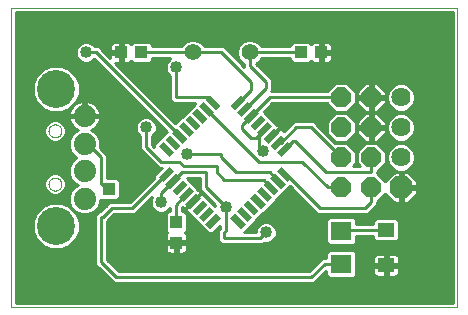
<source format=gtl>
G75*
%MOIN*%
%OFA0B0*%
%FSLAX25Y25*%
%IPPOS*%
%LPD*%
%AMOC8*
5,1,8,0,0,1.08239X$1,22.5*
%
%ADD10C,0.00000*%
%ADD11R,0.03937X0.04331*%
%ADD12R,0.04331X0.03937*%
%ADD13R,0.05512X0.04724*%
%ADD14C,0.07400*%
%ADD15C,0.12661*%
%ADD16R,0.07087X0.06299*%
%ADD17R,0.05000X0.02200*%
%ADD18R,0.02200X0.05000*%
%ADD19C,0.05600*%
%ADD20OC8,0.06600*%
%ADD21C,0.06400*%
%ADD22OC8,0.07600*%
%ADD23C,0.01000*%
%ADD24C,0.04000*%
%ADD25R,0.04362X0.04362*%
D10*
X0056479Y0001500D02*
X0056479Y0101461D01*
X0205180Y0101461D01*
X0205180Y0001500D01*
X0056479Y0001500D01*
X0068920Y0042642D02*
X0068922Y0042735D01*
X0068928Y0042827D01*
X0068938Y0042919D01*
X0068952Y0043010D01*
X0068969Y0043101D01*
X0068991Y0043191D01*
X0069016Y0043280D01*
X0069045Y0043368D01*
X0069078Y0043454D01*
X0069115Y0043539D01*
X0069155Y0043623D01*
X0069199Y0043704D01*
X0069246Y0043784D01*
X0069296Y0043862D01*
X0069350Y0043937D01*
X0069407Y0044010D01*
X0069467Y0044080D01*
X0069530Y0044148D01*
X0069596Y0044213D01*
X0069664Y0044275D01*
X0069735Y0044335D01*
X0069809Y0044391D01*
X0069885Y0044444D01*
X0069963Y0044493D01*
X0070043Y0044540D01*
X0070125Y0044582D01*
X0070209Y0044622D01*
X0070294Y0044657D01*
X0070381Y0044689D01*
X0070469Y0044718D01*
X0070558Y0044742D01*
X0070648Y0044763D01*
X0070739Y0044779D01*
X0070831Y0044792D01*
X0070923Y0044801D01*
X0071016Y0044806D01*
X0071108Y0044807D01*
X0071201Y0044804D01*
X0071293Y0044797D01*
X0071385Y0044786D01*
X0071476Y0044771D01*
X0071567Y0044753D01*
X0071657Y0044730D01*
X0071745Y0044704D01*
X0071833Y0044674D01*
X0071919Y0044640D01*
X0072003Y0044603D01*
X0072086Y0044561D01*
X0072167Y0044517D01*
X0072247Y0044469D01*
X0072324Y0044418D01*
X0072398Y0044363D01*
X0072471Y0044305D01*
X0072541Y0044245D01*
X0072608Y0044181D01*
X0072672Y0044115D01*
X0072734Y0044045D01*
X0072792Y0043974D01*
X0072847Y0043900D01*
X0072899Y0043823D01*
X0072948Y0043744D01*
X0072994Y0043664D01*
X0073036Y0043581D01*
X0073074Y0043497D01*
X0073109Y0043411D01*
X0073140Y0043324D01*
X0073167Y0043236D01*
X0073190Y0043146D01*
X0073210Y0043056D01*
X0073226Y0042965D01*
X0073238Y0042873D01*
X0073246Y0042781D01*
X0073250Y0042688D01*
X0073250Y0042596D01*
X0073246Y0042503D01*
X0073238Y0042411D01*
X0073226Y0042319D01*
X0073210Y0042228D01*
X0073190Y0042138D01*
X0073167Y0042048D01*
X0073140Y0041960D01*
X0073109Y0041873D01*
X0073074Y0041787D01*
X0073036Y0041703D01*
X0072994Y0041620D01*
X0072948Y0041540D01*
X0072899Y0041461D01*
X0072847Y0041384D01*
X0072792Y0041310D01*
X0072734Y0041239D01*
X0072672Y0041169D01*
X0072608Y0041103D01*
X0072541Y0041039D01*
X0072471Y0040979D01*
X0072398Y0040921D01*
X0072324Y0040866D01*
X0072247Y0040815D01*
X0072168Y0040767D01*
X0072086Y0040723D01*
X0072003Y0040681D01*
X0071919Y0040644D01*
X0071833Y0040610D01*
X0071745Y0040580D01*
X0071657Y0040554D01*
X0071567Y0040531D01*
X0071476Y0040513D01*
X0071385Y0040498D01*
X0071293Y0040487D01*
X0071201Y0040480D01*
X0071108Y0040477D01*
X0071016Y0040478D01*
X0070923Y0040483D01*
X0070831Y0040492D01*
X0070739Y0040505D01*
X0070648Y0040521D01*
X0070558Y0040542D01*
X0070469Y0040566D01*
X0070381Y0040595D01*
X0070294Y0040627D01*
X0070209Y0040662D01*
X0070125Y0040702D01*
X0070043Y0040744D01*
X0069963Y0040791D01*
X0069885Y0040840D01*
X0069809Y0040893D01*
X0069735Y0040949D01*
X0069664Y0041009D01*
X0069596Y0041071D01*
X0069530Y0041136D01*
X0069467Y0041204D01*
X0069407Y0041274D01*
X0069350Y0041347D01*
X0069296Y0041422D01*
X0069246Y0041500D01*
X0069199Y0041580D01*
X0069155Y0041661D01*
X0069115Y0041745D01*
X0069078Y0041830D01*
X0069045Y0041916D01*
X0069016Y0042004D01*
X0068991Y0042093D01*
X0068969Y0042183D01*
X0068952Y0042274D01*
X0068938Y0042365D01*
X0068928Y0042457D01*
X0068922Y0042549D01*
X0068920Y0042642D01*
X0068920Y0060358D02*
X0068922Y0060451D01*
X0068928Y0060543D01*
X0068938Y0060635D01*
X0068952Y0060726D01*
X0068969Y0060817D01*
X0068991Y0060907D01*
X0069016Y0060996D01*
X0069045Y0061084D01*
X0069078Y0061170D01*
X0069115Y0061255D01*
X0069155Y0061339D01*
X0069199Y0061420D01*
X0069246Y0061500D01*
X0069296Y0061578D01*
X0069350Y0061653D01*
X0069407Y0061726D01*
X0069467Y0061796D01*
X0069530Y0061864D01*
X0069596Y0061929D01*
X0069664Y0061991D01*
X0069735Y0062051D01*
X0069809Y0062107D01*
X0069885Y0062160D01*
X0069963Y0062209D01*
X0070043Y0062256D01*
X0070125Y0062298D01*
X0070209Y0062338D01*
X0070294Y0062373D01*
X0070381Y0062405D01*
X0070469Y0062434D01*
X0070558Y0062458D01*
X0070648Y0062479D01*
X0070739Y0062495D01*
X0070831Y0062508D01*
X0070923Y0062517D01*
X0071016Y0062522D01*
X0071108Y0062523D01*
X0071201Y0062520D01*
X0071293Y0062513D01*
X0071385Y0062502D01*
X0071476Y0062487D01*
X0071567Y0062469D01*
X0071657Y0062446D01*
X0071745Y0062420D01*
X0071833Y0062390D01*
X0071919Y0062356D01*
X0072003Y0062319D01*
X0072086Y0062277D01*
X0072167Y0062233D01*
X0072247Y0062185D01*
X0072324Y0062134D01*
X0072398Y0062079D01*
X0072471Y0062021D01*
X0072541Y0061961D01*
X0072608Y0061897D01*
X0072672Y0061831D01*
X0072734Y0061761D01*
X0072792Y0061690D01*
X0072847Y0061616D01*
X0072899Y0061539D01*
X0072948Y0061460D01*
X0072994Y0061380D01*
X0073036Y0061297D01*
X0073074Y0061213D01*
X0073109Y0061127D01*
X0073140Y0061040D01*
X0073167Y0060952D01*
X0073190Y0060862D01*
X0073210Y0060772D01*
X0073226Y0060681D01*
X0073238Y0060589D01*
X0073246Y0060497D01*
X0073250Y0060404D01*
X0073250Y0060312D01*
X0073246Y0060219D01*
X0073238Y0060127D01*
X0073226Y0060035D01*
X0073210Y0059944D01*
X0073190Y0059854D01*
X0073167Y0059764D01*
X0073140Y0059676D01*
X0073109Y0059589D01*
X0073074Y0059503D01*
X0073036Y0059419D01*
X0072994Y0059336D01*
X0072948Y0059256D01*
X0072899Y0059177D01*
X0072847Y0059100D01*
X0072792Y0059026D01*
X0072734Y0058955D01*
X0072672Y0058885D01*
X0072608Y0058819D01*
X0072541Y0058755D01*
X0072471Y0058695D01*
X0072398Y0058637D01*
X0072324Y0058582D01*
X0072247Y0058531D01*
X0072168Y0058483D01*
X0072086Y0058439D01*
X0072003Y0058397D01*
X0071919Y0058360D01*
X0071833Y0058326D01*
X0071745Y0058296D01*
X0071657Y0058270D01*
X0071567Y0058247D01*
X0071476Y0058229D01*
X0071385Y0058214D01*
X0071293Y0058203D01*
X0071201Y0058196D01*
X0071108Y0058193D01*
X0071016Y0058194D01*
X0070923Y0058199D01*
X0070831Y0058208D01*
X0070739Y0058221D01*
X0070648Y0058237D01*
X0070558Y0058258D01*
X0070469Y0058282D01*
X0070381Y0058311D01*
X0070294Y0058343D01*
X0070209Y0058378D01*
X0070125Y0058418D01*
X0070043Y0058460D01*
X0069963Y0058507D01*
X0069885Y0058556D01*
X0069809Y0058609D01*
X0069735Y0058665D01*
X0069664Y0058725D01*
X0069596Y0058787D01*
X0069530Y0058852D01*
X0069467Y0058920D01*
X0069407Y0058990D01*
X0069350Y0059063D01*
X0069296Y0059138D01*
X0069246Y0059216D01*
X0069199Y0059296D01*
X0069155Y0059377D01*
X0069115Y0059461D01*
X0069078Y0059546D01*
X0069045Y0059632D01*
X0069016Y0059720D01*
X0068991Y0059809D01*
X0068969Y0059899D01*
X0068952Y0059990D01*
X0068938Y0060081D01*
X0068928Y0060173D01*
X0068922Y0060265D01*
X0068920Y0060358D01*
D11*
X0111479Y0029846D03*
X0111479Y0023154D03*
D12*
X0099825Y0086500D03*
X0093132Y0086500D03*
X0153132Y0086500D03*
X0159825Y0086500D03*
D13*
X0181479Y0027406D03*
X0181479Y0015594D03*
D14*
X0080928Y0037720D03*
X0080928Y0047063D03*
X0080928Y0055937D03*
X0080928Y0065280D03*
D15*
X0071479Y0074335D03*
X0071479Y0028665D03*
D16*
X0166479Y0027012D03*
X0166479Y0015988D03*
D17*
G36*
X0121243Y0029302D02*
X0124777Y0032836D01*
X0126333Y0031280D01*
X0122799Y0027746D01*
X0121243Y0029302D01*
G37*
G36*
X0119016Y0031529D02*
X0122550Y0035063D01*
X0124106Y0033507D01*
X0120572Y0029973D01*
X0119016Y0031529D01*
G37*
G36*
X0116789Y0033756D02*
X0120323Y0037290D01*
X0121879Y0035734D01*
X0118345Y0032200D01*
X0116789Y0033756D01*
G37*
G36*
X0114562Y0035983D02*
X0118096Y0039517D01*
X0119652Y0037961D01*
X0116118Y0034427D01*
X0114562Y0035983D01*
G37*
G36*
X0112335Y0038210D02*
X0115869Y0041744D01*
X0117425Y0040188D01*
X0113891Y0036654D01*
X0112335Y0038210D01*
G37*
G36*
X0110107Y0040437D02*
X0113641Y0043971D01*
X0115197Y0042415D01*
X0111663Y0038881D01*
X0110107Y0040437D01*
G37*
G36*
X0107880Y0042664D02*
X0111414Y0046198D01*
X0112970Y0044642D01*
X0109436Y0041108D01*
X0107880Y0042664D01*
G37*
G36*
X0105653Y0044891D02*
X0109187Y0048425D01*
X0110743Y0046869D01*
X0107209Y0043335D01*
X0105653Y0044891D01*
G37*
G36*
X0138462Y0059883D02*
X0141996Y0063417D01*
X0143552Y0061861D01*
X0140018Y0058327D01*
X0138462Y0059883D01*
G37*
G36*
X0140689Y0057656D02*
X0144223Y0061190D01*
X0145779Y0059634D01*
X0142245Y0056100D01*
X0140689Y0057656D01*
G37*
G36*
X0142916Y0055429D02*
X0146450Y0058963D01*
X0148006Y0057407D01*
X0144472Y0053873D01*
X0142916Y0055429D01*
G37*
G36*
X0145143Y0053202D02*
X0148677Y0056736D01*
X0150233Y0055180D01*
X0146699Y0051646D01*
X0145143Y0053202D01*
G37*
G36*
X0136235Y0062110D02*
X0139769Y0065644D01*
X0141325Y0064088D01*
X0137791Y0060554D01*
X0136235Y0062110D01*
G37*
G36*
X0134008Y0064337D02*
X0137542Y0067871D01*
X0139098Y0066315D01*
X0135564Y0062781D01*
X0134008Y0064337D01*
G37*
G36*
X0131781Y0066564D02*
X0135315Y0070098D01*
X0136871Y0068542D01*
X0133337Y0065008D01*
X0131781Y0066564D01*
G37*
G36*
X0129553Y0068792D02*
X0133087Y0072326D01*
X0134643Y0070770D01*
X0131109Y0067236D01*
X0129553Y0068792D01*
G37*
D18*
G36*
X0121243Y0070770D02*
X0122799Y0072326D01*
X0126333Y0068792D01*
X0124777Y0067236D01*
X0121243Y0070770D01*
G37*
G36*
X0119016Y0068542D02*
X0120572Y0070098D01*
X0124106Y0066564D01*
X0122550Y0065008D01*
X0119016Y0068542D01*
G37*
G36*
X0116789Y0066315D02*
X0118345Y0067871D01*
X0121879Y0064337D01*
X0120323Y0062781D01*
X0116789Y0066315D01*
G37*
G36*
X0114562Y0064088D02*
X0116118Y0065644D01*
X0119652Y0062110D01*
X0118096Y0060554D01*
X0114562Y0064088D01*
G37*
G36*
X0112335Y0061861D02*
X0113891Y0063417D01*
X0117425Y0059883D01*
X0115869Y0058327D01*
X0112335Y0061861D01*
G37*
G36*
X0110107Y0059634D02*
X0111663Y0061190D01*
X0115197Y0057656D01*
X0113641Y0056100D01*
X0110107Y0059634D01*
G37*
G36*
X0107880Y0057407D02*
X0109436Y0058963D01*
X0112970Y0055429D01*
X0111414Y0053873D01*
X0107880Y0057407D01*
G37*
G36*
X0105653Y0055180D02*
X0107209Y0056736D01*
X0110743Y0053202D01*
X0109187Y0051646D01*
X0105653Y0055180D01*
G37*
G36*
X0138462Y0040188D02*
X0140018Y0041744D01*
X0143552Y0038210D01*
X0141996Y0036654D01*
X0138462Y0040188D01*
G37*
G36*
X0140689Y0042415D02*
X0142245Y0043971D01*
X0145779Y0040437D01*
X0144223Y0038881D01*
X0140689Y0042415D01*
G37*
G36*
X0142916Y0044642D02*
X0144472Y0046198D01*
X0148006Y0042664D01*
X0146450Y0041108D01*
X0142916Y0044642D01*
G37*
G36*
X0145143Y0046869D02*
X0146699Y0048425D01*
X0150233Y0044891D01*
X0148677Y0043335D01*
X0145143Y0046869D01*
G37*
G36*
X0136235Y0037961D02*
X0137791Y0039517D01*
X0141325Y0035983D01*
X0139769Y0034427D01*
X0136235Y0037961D01*
G37*
G36*
X0134008Y0035734D02*
X0135564Y0037290D01*
X0139098Y0033756D01*
X0137542Y0032200D01*
X0134008Y0035734D01*
G37*
G36*
X0131781Y0033507D02*
X0133337Y0035063D01*
X0136871Y0031529D01*
X0135315Y0029973D01*
X0131781Y0033507D01*
G37*
G36*
X0129553Y0031280D02*
X0131109Y0032836D01*
X0134643Y0029302D01*
X0133087Y0027746D01*
X0129553Y0031280D01*
G37*
D19*
X0135979Y0086500D03*
X0116979Y0086500D03*
D20*
X0166479Y0071500D03*
X0176479Y0071500D03*
X0176479Y0061500D03*
X0166479Y0061500D03*
X0166479Y0051500D03*
X0176479Y0051500D03*
X0176479Y0041500D03*
X0166479Y0041500D03*
D21*
X0186479Y0051500D03*
X0186479Y0061500D03*
X0186479Y0071500D03*
D22*
X0186479Y0041500D03*
D23*
X0186979Y0041448D02*
X0203680Y0041448D01*
X0203680Y0042446D02*
X0191779Y0042446D01*
X0191779Y0042000D02*
X0191779Y0043695D01*
X0188674Y0046800D01*
X0186979Y0046800D01*
X0186979Y0042000D01*
X0191779Y0042000D01*
X0191779Y0041000D02*
X0186979Y0041000D01*
X0186979Y0042000D01*
X0185979Y0042000D01*
X0185979Y0046800D01*
X0184283Y0046800D01*
X0181179Y0043695D01*
X0181179Y0043588D01*
X0178479Y0046288D01*
X0178479Y0046712D01*
X0181279Y0049512D01*
X0181279Y0053488D01*
X0178467Y0056300D01*
X0174491Y0056300D01*
X0171679Y0053488D01*
X0171679Y0049512D01*
X0172691Y0048500D01*
X0170267Y0048500D01*
X0171279Y0049512D01*
X0171279Y0053488D01*
X0168467Y0056300D01*
X0164507Y0056300D01*
X0158479Y0062328D01*
X0157307Y0063500D01*
X0150650Y0063500D01*
X0147343Y0060193D01*
X0147072Y0060463D01*
X0147033Y0060463D01*
X0146980Y0060556D01*
X0146098Y0061438D01*
X0143305Y0058645D01*
X0143234Y0058716D01*
X0146027Y0061509D01*
X0145145Y0062391D01*
X0145052Y0062444D01*
X0145052Y0062483D01*
X0142825Y0064710D01*
X0140795Y0066741D01*
X0143555Y0069500D01*
X0161691Y0069500D01*
X0164491Y0066700D01*
X0168467Y0066700D01*
X0171279Y0069512D01*
X0171279Y0073488D01*
X0168467Y0076300D01*
X0164491Y0076300D01*
X0161691Y0073500D01*
X0143101Y0073500D01*
X0143479Y0073878D01*
X0143479Y0077328D01*
X0142307Y0078500D01*
X0138088Y0082719D01*
X0138414Y0082855D01*
X0139624Y0084064D01*
X0139805Y0084500D01*
X0149467Y0084500D01*
X0149467Y0083910D01*
X0150346Y0083031D01*
X0155919Y0083031D01*
X0156479Y0083591D01*
X0156739Y0083331D01*
X0157081Y0083134D01*
X0157462Y0083031D01*
X0159341Y0083031D01*
X0159341Y0086016D01*
X0160309Y0086016D01*
X0160309Y0083031D01*
X0162188Y0083031D01*
X0162570Y0083134D01*
X0162912Y0083331D01*
X0163191Y0083610D01*
X0163388Y0083953D01*
X0163491Y0084334D01*
X0163491Y0086016D01*
X0160310Y0086016D01*
X0160310Y0086984D01*
X0163491Y0086984D01*
X0163491Y0088666D01*
X0163388Y0089047D01*
X0163191Y0089390D01*
X0162912Y0089669D01*
X0162570Y0089866D01*
X0162188Y0089968D01*
X0160309Y0089968D01*
X0160309Y0086984D01*
X0159341Y0086984D01*
X0159341Y0089968D01*
X0157462Y0089968D01*
X0157081Y0089866D01*
X0156739Y0089669D01*
X0156479Y0089409D01*
X0155919Y0089968D01*
X0150346Y0089968D01*
X0149467Y0089090D01*
X0149467Y0088500D01*
X0139805Y0088500D01*
X0139624Y0088936D01*
X0138414Y0090145D01*
X0136834Y0090800D01*
X0135123Y0090800D01*
X0133543Y0090145D01*
X0132333Y0088936D01*
X0131679Y0087355D01*
X0131679Y0085645D01*
X0132333Y0084064D01*
X0133543Y0082855D01*
X0133979Y0082674D01*
X0133979Y0081828D01*
X0127307Y0088500D01*
X0120805Y0088500D01*
X0120624Y0088936D01*
X0119414Y0090145D01*
X0117834Y0090800D01*
X0116123Y0090800D01*
X0114543Y0090145D01*
X0113333Y0088936D01*
X0113153Y0088500D01*
X0103491Y0088500D01*
X0103491Y0089090D01*
X0102612Y0089968D01*
X0097039Y0089968D01*
X0096479Y0089409D01*
X0096219Y0089669D01*
X0095877Y0089866D01*
X0095495Y0089968D01*
X0093617Y0089968D01*
X0093617Y0086984D01*
X0092648Y0086984D01*
X0092648Y0086016D01*
X0089467Y0086016D01*
X0089467Y0084659D01*
X0086797Y0087328D01*
X0085626Y0088500D01*
X0084428Y0088500D01*
X0083461Y0089467D01*
X0082175Y0090000D01*
X0080783Y0090000D01*
X0079496Y0089467D01*
X0078512Y0088483D01*
X0077979Y0087196D01*
X0077979Y0085804D01*
X0078512Y0084517D01*
X0079496Y0083533D01*
X0080783Y0083000D01*
X0082175Y0083000D01*
X0083461Y0083533D01*
X0084199Y0084270D01*
X0108410Y0060059D01*
X0106587Y0058236D01*
X0104153Y0055802D01*
X0104153Y0055155D01*
X0103479Y0055828D01*
X0103479Y0058550D01*
X0104446Y0059517D01*
X0104979Y0060804D01*
X0104979Y0062196D01*
X0104446Y0063483D01*
X0103461Y0064467D01*
X0102175Y0065000D01*
X0100783Y0065000D01*
X0099496Y0064467D01*
X0098512Y0063483D01*
X0097979Y0062196D01*
X0097979Y0060804D01*
X0098512Y0059517D01*
X0099479Y0058550D01*
X0099479Y0054172D01*
X0100650Y0053000D01*
X0105650Y0048000D01*
X0106641Y0048000D01*
X0104153Y0045512D01*
X0104153Y0044663D01*
X0095989Y0036500D01*
X0089150Y0036500D01*
X0087979Y0035328D01*
X0086150Y0033500D01*
X0085650Y0033500D01*
X0084479Y0032328D01*
X0084479Y0015672D01*
X0085650Y0014500D01*
X0090650Y0009500D01*
X0157307Y0009500D01*
X0158479Y0010672D01*
X0161435Y0013628D01*
X0161435Y0012217D01*
X0162314Y0011339D01*
X0170643Y0011339D01*
X0171522Y0012217D01*
X0171522Y0019759D01*
X0170643Y0020638D01*
X0162314Y0020638D01*
X0161435Y0019759D01*
X0161435Y0017988D01*
X0160138Y0017988D01*
X0155650Y0013500D01*
X0092307Y0013500D01*
X0088479Y0017328D01*
X0088479Y0030172D01*
X0090807Y0032500D01*
X0097646Y0032500D01*
X0098818Y0033672D01*
X0103429Y0038282D01*
X0102979Y0037196D01*
X0102979Y0035804D01*
X0103512Y0034517D01*
X0104496Y0033533D01*
X0105783Y0033000D01*
X0107175Y0033000D01*
X0108461Y0033533D01*
X0109446Y0034517D01*
X0109479Y0034597D01*
X0109479Y0033512D01*
X0108889Y0033512D01*
X0108010Y0032633D01*
X0108010Y0027060D01*
X0108570Y0026500D01*
X0108310Y0026240D01*
X0108112Y0025898D01*
X0108010Y0025516D01*
X0108010Y0023638D01*
X0110994Y0023638D01*
X0110994Y0022669D01*
X0108010Y0022669D01*
X0108010Y0020791D01*
X0108112Y0020409D01*
X0108310Y0020067D01*
X0108589Y0019788D01*
X0108931Y0019590D01*
X0109313Y0019488D01*
X0110994Y0019488D01*
X0110994Y0022669D01*
X0111963Y0022669D01*
X0111963Y0019488D01*
X0113645Y0019488D01*
X0114026Y0019590D01*
X0114368Y0019788D01*
X0114648Y0020067D01*
X0114845Y0020409D01*
X0114947Y0020791D01*
X0114947Y0022669D01*
X0111963Y0022669D01*
X0111963Y0023638D01*
X0114947Y0023638D01*
X0114947Y0025516D01*
X0114845Y0025898D01*
X0114648Y0026240D01*
X0114387Y0026500D01*
X0114947Y0027060D01*
X0114947Y0032633D01*
X0114069Y0033512D01*
X0113479Y0033512D01*
X0113479Y0034943D01*
X0114243Y0034179D01*
X0117036Y0036972D01*
X0117107Y0036901D01*
X0114314Y0034108D01*
X0115196Y0033226D01*
X0115288Y0033173D01*
X0115288Y0033133D01*
X0117515Y0030906D01*
X0119950Y0028472D01*
X0122177Y0026245D01*
X0123419Y0026245D01*
X0125979Y0028804D01*
X0125979Y0027828D01*
X0125479Y0027328D01*
X0125479Y0023672D01*
X0126650Y0022500D01*
X0140307Y0022500D01*
X0140807Y0023000D01*
X0142175Y0023000D01*
X0143461Y0023533D01*
X0144446Y0024517D01*
X0144979Y0025804D01*
X0144979Y0027196D01*
X0144446Y0028483D01*
X0143461Y0029467D01*
X0142175Y0030000D01*
X0140783Y0030000D01*
X0139496Y0029467D01*
X0138512Y0028483D01*
X0137979Y0027196D01*
X0137979Y0026500D01*
X0133965Y0026500D01*
X0135937Y0028472D01*
X0138164Y0030699D01*
X0140391Y0032926D01*
X0142618Y0035153D01*
X0144845Y0037380D01*
X0147072Y0039608D01*
X0149299Y0041835D01*
X0149308Y0041843D01*
X0157479Y0033672D01*
X0158650Y0032500D01*
X0175307Y0032500D01*
X0178479Y0035672D01*
X0178479Y0036712D01*
X0181179Y0039412D01*
X0181179Y0039305D01*
X0184283Y0036200D01*
X0185979Y0036200D01*
X0185979Y0041000D01*
X0186979Y0041000D01*
X0186979Y0036200D01*
X0188674Y0036200D01*
X0191779Y0039305D01*
X0191779Y0041000D01*
X0191779Y0040449D02*
X0203680Y0040449D01*
X0203680Y0039451D02*
X0191779Y0039451D01*
X0190926Y0038452D02*
X0203680Y0038452D01*
X0203680Y0037454D02*
X0189928Y0037454D01*
X0188929Y0036455D02*
X0203680Y0036455D01*
X0203680Y0035457D02*
X0178264Y0035457D01*
X0178479Y0036455D02*
X0184028Y0036455D01*
X0183030Y0037454D02*
X0179221Y0037454D01*
X0180219Y0038452D02*
X0182031Y0038452D01*
X0185979Y0038452D02*
X0186979Y0038452D01*
X0186979Y0037454D02*
X0185979Y0037454D01*
X0185979Y0036455D02*
X0186979Y0036455D01*
X0186979Y0039451D02*
X0185979Y0039451D01*
X0185979Y0040449D02*
X0186979Y0040449D01*
X0186979Y0042446D02*
X0185979Y0042446D01*
X0185979Y0043445D02*
X0186979Y0043445D01*
X0186979Y0044443D02*
X0185979Y0044443D01*
X0185979Y0045442D02*
X0186979Y0045442D01*
X0186979Y0046440D02*
X0185979Y0046440D01*
X0185544Y0046800D02*
X0187414Y0046800D01*
X0189141Y0047516D01*
X0190463Y0048838D01*
X0191179Y0050565D01*
X0191179Y0052435D01*
X0190463Y0054162D01*
X0189141Y0055484D01*
X0187414Y0056200D01*
X0185544Y0056200D01*
X0183816Y0055484D01*
X0182494Y0054162D01*
X0181779Y0052435D01*
X0181779Y0050565D01*
X0182494Y0048838D01*
X0183816Y0047516D01*
X0185544Y0046800D01*
X0183924Y0046440D02*
X0178479Y0046440D01*
X0179206Y0047439D02*
X0184001Y0047439D01*
X0182894Y0048437D02*
X0180204Y0048437D01*
X0181203Y0049436D02*
X0182246Y0049436D01*
X0181833Y0050434D02*
X0181279Y0050434D01*
X0181279Y0051433D02*
X0181779Y0051433D01*
X0181779Y0052432D02*
X0181279Y0052432D01*
X0181279Y0053430D02*
X0182191Y0053430D01*
X0182760Y0054429D02*
X0180338Y0054429D01*
X0179340Y0055427D02*
X0183759Y0055427D01*
X0184037Y0057424D02*
X0179191Y0057424D01*
X0178467Y0056700D02*
X0181279Y0059512D01*
X0181279Y0061000D01*
X0176979Y0061000D01*
X0176979Y0062000D01*
X0181279Y0062000D01*
X0181279Y0063488D01*
X0178467Y0066300D01*
X0176979Y0066300D01*
X0176979Y0062000D01*
X0175979Y0062000D01*
X0175979Y0066300D01*
X0174491Y0066300D01*
X0171679Y0063488D01*
X0171679Y0062000D01*
X0175979Y0062000D01*
X0175979Y0061000D01*
X0176979Y0061000D01*
X0176979Y0056700D01*
X0178467Y0056700D01*
X0176979Y0057424D02*
X0175979Y0057424D01*
X0175979Y0056700D02*
X0175979Y0061000D01*
X0171679Y0061000D01*
X0171679Y0059512D01*
X0174491Y0056700D01*
X0175979Y0056700D01*
X0175979Y0058423D02*
X0176979Y0058423D01*
X0176979Y0059421D02*
X0175979Y0059421D01*
X0175979Y0060420D02*
X0176979Y0060420D01*
X0176979Y0061418D02*
X0181779Y0061418D01*
X0181779Y0060565D02*
X0182494Y0058838D01*
X0183816Y0057516D01*
X0185544Y0056800D01*
X0187414Y0056800D01*
X0189141Y0057516D01*
X0190463Y0058838D01*
X0191179Y0060565D01*
X0191179Y0062435D01*
X0190463Y0064162D01*
X0189141Y0065484D01*
X0187414Y0066200D01*
X0185544Y0066200D01*
X0183816Y0065484D01*
X0182494Y0064162D01*
X0181779Y0062435D01*
X0181779Y0060565D01*
X0181839Y0060420D02*
X0181279Y0060420D01*
X0181188Y0059421D02*
X0182253Y0059421D01*
X0182909Y0058423D02*
X0180190Y0058423D01*
X0175979Y0061418D02*
X0171279Y0061418D01*
X0171279Y0060420D02*
X0171679Y0060420D01*
X0171279Y0059512D02*
X0168467Y0056700D01*
X0164491Y0056700D01*
X0161679Y0059512D01*
X0161679Y0063488D01*
X0164491Y0066300D01*
X0168467Y0066300D01*
X0171279Y0063488D01*
X0171279Y0059512D01*
X0171188Y0059421D02*
X0171769Y0059421D01*
X0172768Y0058423D02*
X0170190Y0058423D01*
X0169191Y0057424D02*
X0173766Y0057424D01*
X0173618Y0055427D02*
X0169340Y0055427D01*
X0170338Y0054429D02*
X0172619Y0054429D01*
X0171679Y0053430D02*
X0171279Y0053430D01*
X0171279Y0052432D02*
X0171679Y0052432D01*
X0171679Y0051433D02*
X0171279Y0051433D01*
X0171279Y0050434D02*
X0171679Y0050434D01*
X0171755Y0049436D02*
X0171203Y0049436D01*
X0166479Y0051500D02*
X0156479Y0061500D01*
X0151479Y0061500D01*
X0146397Y0056418D01*
X0145461Y0056418D01*
X0147688Y0054209D02*
X0147688Y0054191D01*
X0147688Y0054209D02*
X0150479Y0057000D01*
X0150979Y0057000D01*
X0161479Y0046500D01*
X0176479Y0046500D01*
X0176479Y0051500D01*
X0179325Y0045442D02*
X0182925Y0045442D01*
X0181927Y0044443D02*
X0180323Y0044443D01*
X0176479Y0041500D02*
X0176479Y0036500D01*
X0174479Y0034500D01*
X0159479Y0034500D01*
X0148098Y0045880D01*
X0147688Y0045880D01*
X0145461Y0043653D02*
X0142614Y0046500D01*
X0131479Y0046500D01*
X0126479Y0051500D01*
X0126479Y0052500D01*
X0114979Y0052500D01*
X0112479Y0050000D02*
X0106479Y0050000D01*
X0101479Y0055000D01*
X0101479Y0061500D01*
X0104820Y0060420D02*
X0108049Y0060420D01*
X0107772Y0059421D02*
X0104350Y0059421D01*
X0103479Y0058423D02*
X0106773Y0058423D01*
X0105775Y0057424D02*
X0103479Y0057424D01*
X0103479Y0056426D02*
X0104776Y0056426D01*
X0104153Y0055427D02*
X0103880Y0055427D01*
X0100220Y0053430D02*
X0087377Y0053430D01*
X0086379Y0054429D02*
X0099479Y0054429D01*
X0099479Y0055427D02*
X0086128Y0055427D01*
X0086128Y0054903D02*
X0086128Y0056971D01*
X0085336Y0058883D01*
X0083873Y0060345D01*
X0083225Y0060614D01*
X0083653Y0060832D01*
X0084315Y0061313D01*
X0084894Y0061892D01*
X0085375Y0062554D01*
X0085747Y0063283D01*
X0086000Y0064062D01*
X0086128Y0064870D01*
X0086128Y0064880D01*
X0081328Y0064880D01*
X0081328Y0065680D01*
X0080528Y0065680D01*
X0080528Y0070480D01*
X0080518Y0070480D01*
X0079710Y0070351D01*
X0078931Y0070099D01*
X0078202Y0069727D01*
X0077540Y0069246D01*
X0076961Y0068667D01*
X0076480Y0068005D01*
X0076109Y0067276D01*
X0075856Y0066497D01*
X0075728Y0065689D01*
X0075728Y0065680D01*
X0080527Y0065680D01*
X0080527Y0064880D01*
X0075728Y0064880D01*
X0075728Y0064870D01*
X0075856Y0064062D01*
X0076109Y0063283D01*
X0076480Y0062554D01*
X0076961Y0061892D01*
X0077540Y0061313D01*
X0078202Y0060832D01*
X0078630Y0060614D01*
X0077982Y0060345D01*
X0076519Y0058883D01*
X0075728Y0056971D01*
X0075728Y0054903D01*
X0076519Y0052991D01*
X0077982Y0051529D01*
X0078051Y0051500D01*
X0077982Y0051471D01*
X0076519Y0050009D01*
X0075728Y0048097D01*
X0075728Y0046029D01*
X0076519Y0044117D01*
X0077982Y0042655D01*
X0078617Y0042392D01*
X0077982Y0042129D01*
X0076519Y0040666D01*
X0075728Y0038755D01*
X0075728Y0036686D01*
X0076519Y0034775D01*
X0077982Y0033312D01*
X0079893Y0032520D01*
X0081962Y0032520D01*
X0083873Y0033312D01*
X0085336Y0034775D01*
X0086128Y0036686D01*
X0086128Y0037368D01*
X0086176Y0037319D01*
X0091781Y0037319D01*
X0092660Y0038198D01*
X0092660Y0043802D01*
X0091781Y0044681D01*
X0088479Y0044681D01*
X0088479Y0052328D01*
X0086062Y0054745D01*
X0086128Y0054903D01*
X0086128Y0056426D02*
X0099479Y0056426D01*
X0099479Y0057424D02*
X0085940Y0057424D01*
X0085526Y0058423D02*
X0099479Y0058423D01*
X0098608Y0059421D02*
X0084797Y0059421D01*
X0083694Y0060420D02*
X0098138Y0060420D01*
X0097979Y0061418D02*
X0084420Y0061418D01*
X0085275Y0062417D02*
X0098070Y0062417D01*
X0098484Y0063415D02*
X0085789Y0063415D01*
X0086055Y0064414D02*
X0099443Y0064414D01*
X0102058Y0066411D02*
X0086013Y0066411D01*
X0086000Y0066497D02*
X0085747Y0067276D01*
X0085375Y0068005D01*
X0084894Y0068667D01*
X0084315Y0069246D01*
X0083653Y0069727D01*
X0082924Y0070099D01*
X0082145Y0070351D01*
X0081337Y0070480D01*
X0081328Y0070480D01*
X0081328Y0065680D01*
X0086128Y0065680D01*
X0086128Y0065689D01*
X0086000Y0066497D01*
X0085679Y0067409D02*
X0101060Y0067409D01*
X0100061Y0068408D02*
X0085082Y0068408D01*
X0084094Y0069406D02*
X0099063Y0069406D01*
X0098064Y0070405D02*
X0081809Y0070405D01*
X0081328Y0070405D02*
X0080528Y0070405D01*
X0080046Y0070405D02*
X0078327Y0070405D01*
X0078117Y0069899D02*
X0079309Y0072777D01*
X0079309Y0075892D01*
X0078117Y0078770D01*
X0075914Y0080973D01*
X0073036Y0082165D01*
X0069921Y0082165D01*
X0067043Y0080973D01*
X0064840Y0078770D01*
X0063648Y0075892D01*
X0063648Y0072777D01*
X0064840Y0069899D01*
X0067043Y0067696D01*
X0069921Y0066504D01*
X0073036Y0066504D01*
X0075914Y0067696D01*
X0078117Y0069899D01*
X0077761Y0069406D02*
X0077625Y0069406D01*
X0076773Y0068408D02*
X0076626Y0068408D01*
X0076177Y0067409D02*
X0075222Y0067409D01*
X0075842Y0066411D02*
X0057979Y0066411D01*
X0057979Y0067409D02*
X0067736Y0067409D01*
X0066331Y0068408D02*
X0057979Y0068408D01*
X0057979Y0069406D02*
X0065333Y0069406D01*
X0064631Y0070405D02*
X0057979Y0070405D01*
X0057979Y0071403D02*
X0064217Y0071403D01*
X0063803Y0072402D02*
X0057979Y0072402D01*
X0057979Y0073400D02*
X0063648Y0073400D01*
X0063648Y0074399D02*
X0057979Y0074399D01*
X0057979Y0075397D02*
X0063648Y0075397D01*
X0063857Y0076396D02*
X0057979Y0076396D01*
X0057979Y0077394D02*
X0064270Y0077394D01*
X0064684Y0078393D02*
X0057979Y0078393D01*
X0057979Y0079391D02*
X0065461Y0079391D01*
X0066460Y0080390D02*
X0057979Y0080390D01*
X0057979Y0081388D02*
X0068045Y0081388D01*
X0074912Y0081388D02*
X0087081Y0081388D01*
X0088079Y0080390D02*
X0076498Y0080390D01*
X0077496Y0079391D02*
X0089078Y0079391D01*
X0090076Y0078393D02*
X0078274Y0078393D01*
X0078687Y0077394D02*
X0091075Y0077394D01*
X0092073Y0076396D02*
X0079101Y0076396D01*
X0079309Y0075397D02*
X0093072Y0075397D01*
X0094070Y0074399D02*
X0079309Y0074399D01*
X0079309Y0073400D02*
X0095069Y0073400D01*
X0096067Y0072402D02*
X0079154Y0072402D01*
X0078740Y0071403D02*
X0097066Y0071403D01*
X0100726Y0073400D02*
X0109479Y0073400D01*
X0109479Y0072402D02*
X0101724Y0072402D01*
X0102723Y0071403D02*
X0109479Y0071403D01*
X0109479Y0070672D02*
X0110650Y0069500D01*
X0117851Y0069500D01*
X0117722Y0069372D01*
X0115495Y0067145D01*
X0113268Y0064918D01*
X0111238Y0062888D01*
X0091094Y0083031D01*
X0092648Y0083031D01*
X0092648Y0086016D01*
X0093617Y0086016D01*
X0093617Y0083031D01*
X0095495Y0083031D01*
X0095877Y0083134D01*
X0096219Y0083331D01*
X0096479Y0083591D01*
X0097039Y0083031D01*
X0102612Y0083031D01*
X0103491Y0083910D01*
X0103491Y0084500D01*
X0109575Y0084500D01*
X0109496Y0084467D01*
X0108512Y0083483D01*
X0107979Y0082196D01*
X0107979Y0080804D01*
X0108512Y0079517D01*
X0109479Y0078550D01*
X0109479Y0070672D01*
X0109746Y0070405D02*
X0103721Y0070405D01*
X0104720Y0069406D02*
X0117757Y0069406D01*
X0116758Y0068408D02*
X0105718Y0068408D01*
X0106717Y0067409D02*
X0115760Y0067409D01*
X0114761Y0066411D02*
X0107715Y0066411D01*
X0108714Y0065412D02*
X0113763Y0065412D01*
X0112764Y0064414D02*
X0109712Y0064414D01*
X0110711Y0063415D02*
X0111766Y0063415D01*
X0107051Y0061418D02*
X0104979Y0061418D01*
X0104887Y0062417D02*
X0106052Y0062417D01*
X0105054Y0063415D02*
X0104474Y0063415D01*
X0104055Y0064414D02*
X0103515Y0064414D01*
X0103057Y0065412D02*
X0081328Y0065412D01*
X0080527Y0065412D02*
X0057979Y0065412D01*
X0057979Y0064414D02*
X0075800Y0064414D01*
X0076066Y0063415D02*
X0073212Y0063415D01*
X0073161Y0063466D02*
X0071814Y0064024D01*
X0070356Y0064024D01*
X0069009Y0063466D01*
X0067978Y0062435D01*
X0067420Y0061087D01*
X0067420Y0059629D01*
X0067978Y0058282D01*
X0069009Y0057251D01*
X0070356Y0056693D01*
X0071814Y0056693D01*
X0073161Y0057251D01*
X0074192Y0058282D01*
X0074750Y0059629D01*
X0074750Y0061087D01*
X0074192Y0062435D01*
X0073161Y0063466D01*
X0074200Y0062417D02*
X0076580Y0062417D01*
X0077435Y0061418D02*
X0074613Y0061418D01*
X0074750Y0060420D02*
X0078161Y0060420D01*
X0077058Y0059421D02*
X0074664Y0059421D01*
X0074251Y0058423D02*
X0076329Y0058423D01*
X0075915Y0057424D02*
X0073334Y0057424D01*
X0075728Y0056426D02*
X0057979Y0056426D01*
X0057979Y0057424D02*
X0068836Y0057424D01*
X0067919Y0058423D02*
X0057979Y0058423D01*
X0057979Y0059421D02*
X0067506Y0059421D01*
X0067420Y0060420D02*
X0057979Y0060420D01*
X0057979Y0061418D02*
X0067557Y0061418D01*
X0067970Y0062417D02*
X0057979Y0062417D01*
X0057979Y0063415D02*
X0068958Y0063415D01*
X0080528Y0066411D02*
X0081328Y0066411D01*
X0081328Y0067409D02*
X0080528Y0067409D01*
X0080528Y0068408D02*
X0081328Y0068408D01*
X0081328Y0069406D02*
X0080528Y0069406D01*
X0096731Y0077394D02*
X0109479Y0077394D01*
X0109479Y0076396D02*
X0097730Y0076396D01*
X0098729Y0075397D02*
X0109479Y0075397D01*
X0109479Y0074399D02*
X0099727Y0074399D01*
X0095733Y0078393D02*
X0109479Y0078393D01*
X0108638Y0079391D02*
X0094734Y0079391D01*
X0093736Y0080390D02*
X0108150Y0080390D01*
X0107979Y0081388D02*
X0092737Y0081388D01*
X0091739Y0082387D02*
X0108058Y0082387D01*
X0108471Y0083385D02*
X0102966Y0083385D01*
X0103491Y0084384D02*
X0109413Y0084384D01*
X0111479Y0081500D02*
X0111479Y0071500D01*
X0122068Y0071500D01*
X0123788Y0069781D01*
X0121561Y0067553D02*
X0139114Y0050000D01*
X0153479Y0050000D01*
X0161979Y0041500D01*
X0166479Y0041500D01*
X0155693Y0035457D02*
X0142922Y0035457D01*
X0143920Y0036455D02*
X0154695Y0036455D01*
X0153696Y0037454D02*
X0144919Y0037454D01*
X0145917Y0038452D02*
X0152698Y0038452D01*
X0151699Y0039451D02*
X0146916Y0039451D01*
X0147914Y0040449D02*
X0150701Y0040449D01*
X0149702Y0041448D02*
X0148913Y0041448D01*
X0143234Y0041426D02*
X0140660Y0044000D01*
X0127479Y0044000D01*
X0124979Y0046500D01*
X0124979Y0048500D01*
X0113979Y0048500D01*
X0112479Y0050000D01*
X0113272Y0046500D02*
X0121479Y0046500D01*
X0121479Y0041500D01*
X0127979Y0035000D01*
X0127979Y0027000D01*
X0127479Y0026500D01*
X0127479Y0024500D01*
X0139479Y0024500D01*
X0141479Y0026500D01*
X0144979Y0026470D02*
X0161435Y0026470D01*
X0161435Y0025472D02*
X0144841Y0025472D01*
X0144402Y0024473D02*
X0161435Y0024473D01*
X0161435Y0023475D02*
X0143321Y0023475D01*
X0144866Y0027469D02*
X0161435Y0027469D01*
X0161435Y0028467D02*
X0144452Y0028467D01*
X0143463Y0029466D02*
X0161435Y0029466D01*
X0161435Y0030464D02*
X0137929Y0030464D01*
X0136930Y0029466D02*
X0139495Y0029466D01*
X0138505Y0028467D02*
X0135932Y0028467D01*
X0135937Y0028472D02*
X0135937Y0028472D01*
X0134933Y0027469D02*
X0138092Y0027469D01*
X0138928Y0031463D02*
X0162115Y0031463D01*
X0162314Y0031661D02*
X0161435Y0030783D01*
X0161435Y0023241D01*
X0162314Y0022362D01*
X0170643Y0022362D01*
X0171522Y0023241D01*
X0171522Y0025406D01*
X0177223Y0025406D01*
X0177223Y0024422D01*
X0178102Y0023543D01*
X0184856Y0023543D01*
X0185735Y0024422D01*
X0185735Y0030389D01*
X0184856Y0031268D01*
X0178102Y0031268D01*
X0177223Y0030389D01*
X0177223Y0029405D01*
X0171522Y0029405D01*
X0171522Y0030783D01*
X0170643Y0031661D01*
X0162314Y0031661D01*
X0157691Y0033460D02*
X0140925Y0033460D01*
X0141923Y0034458D02*
X0156692Y0034458D01*
X0166479Y0027012D02*
X0166872Y0027406D01*
X0181479Y0027406D01*
X0185735Y0027469D02*
X0203680Y0027469D01*
X0203680Y0028467D02*
X0185735Y0028467D01*
X0185735Y0029466D02*
X0203680Y0029466D01*
X0203680Y0030464D02*
X0185659Y0030464D01*
X0185735Y0026470D02*
X0203680Y0026470D01*
X0203680Y0025472D02*
X0185735Y0025472D01*
X0185735Y0024473D02*
X0203680Y0024473D01*
X0203680Y0023475D02*
X0171522Y0023475D01*
X0171522Y0024473D02*
X0177223Y0024473D01*
X0170757Y0022476D02*
X0203680Y0022476D01*
X0203680Y0021478D02*
X0114947Y0021478D01*
X0114947Y0022476D02*
X0162200Y0022476D01*
X0162155Y0020479D02*
X0114864Y0020479D01*
X0111963Y0020479D02*
X0110994Y0020479D01*
X0110994Y0021478D02*
X0111963Y0021478D01*
X0111963Y0022476D02*
X0110994Y0022476D01*
X0110994Y0023475D02*
X0088479Y0023475D01*
X0088479Y0024473D02*
X0108010Y0024473D01*
X0108010Y0025472D02*
X0088479Y0025472D01*
X0088479Y0026470D02*
X0108540Y0026470D01*
X0108010Y0027469D02*
X0088479Y0027469D01*
X0088479Y0028467D02*
X0108010Y0028467D01*
X0108010Y0029466D02*
X0088479Y0029466D01*
X0088771Y0030464D02*
X0108010Y0030464D01*
X0108010Y0031463D02*
X0089770Y0031463D01*
X0090768Y0032461D02*
X0108010Y0032461D01*
X0108285Y0033460D02*
X0108837Y0033460D01*
X0109387Y0034458D02*
X0109479Y0034458D01*
X0111479Y0035798D02*
X0111479Y0029846D01*
X0114947Y0029466D02*
X0118956Y0029466D01*
X0119950Y0028472D02*
X0119950Y0028472D01*
X0119954Y0028467D02*
X0114947Y0028467D01*
X0114947Y0027469D02*
X0120953Y0027469D01*
X0121951Y0026470D02*
X0114417Y0026470D01*
X0114947Y0025472D02*
X0125479Y0025472D01*
X0125479Y0026470D02*
X0123645Y0026470D01*
X0124643Y0027469D02*
X0125619Y0027469D01*
X0125642Y0028467D02*
X0125979Y0028467D01*
X0125479Y0024473D02*
X0114947Y0024473D01*
X0111963Y0023475D02*
X0125676Y0023475D01*
X0117957Y0030464D02*
X0114947Y0030464D01*
X0114947Y0031463D02*
X0116959Y0031463D01*
X0115960Y0032461D02*
X0114947Y0032461D01*
X0114962Y0033460D02*
X0114121Y0033460D01*
X0113963Y0034458D02*
X0113479Y0034458D01*
X0114522Y0034458D02*
X0114664Y0034458D01*
X0115521Y0035457D02*
X0115662Y0035457D01*
X0116519Y0036455D02*
X0116661Y0036455D01*
X0117177Y0036972D02*
X0117107Y0037043D01*
X0119900Y0039836D01*
X0119018Y0040718D01*
X0118925Y0040771D01*
X0118925Y0040810D01*
X0116491Y0043245D01*
X0115235Y0044500D01*
X0119479Y0044500D01*
X0119479Y0040672D01*
X0124479Y0035672D01*
X0124479Y0035257D01*
X0123172Y0036563D01*
X0120945Y0038790D01*
X0120906Y0038790D01*
X0120853Y0038883D01*
X0119970Y0039765D01*
X0117177Y0036972D01*
X0117518Y0037454D02*
X0117659Y0037454D01*
X0118516Y0038452D02*
X0118658Y0038452D01*
X0119515Y0039451D02*
X0119656Y0039451D01*
X0120284Y0039451D02*
X0120699Y0039451D01*
X0121283Y0038452D02*
X0121698Y0038452D01*
X0122282Y0037454D02*
X0122696Y0037454D01*
X0123280Y0036455D02*
X0123695Y0036455D01*
X0124279Y0035457D02*
X0124479Y0035457D01*
X0119701Y0040449D02*
X0119286Y0040449D01*
X0119479Y0041448D02*
X0118287Y0041448D01*
X0117289Y0042446D02*
X0119479Y0042446D01*
X0119479Y0043445D02*
X0116290Y0043445D01*
X0115292Y0044443D02*
X0119479Y0044443D01*
X0113272Y0046500D02*
X0110425Y0043653D01*
X0106479Y0039707D01*
X0106479Y0036500D01*
X0102979Y0036455D02*
X0101602Y0036455D01*
X0100603Y0035457D02*
X0103122Y0035457D01*
X0103571Y0034458D02*
X0099605Y0034458D01*
X0098606Y0033460D02*
X0104672Y0033460D01*
X0096818Y0034500D02*
X0089979Y0034500D01*
X0086979Y0031500D01*
X0086479Y0031500D01*
X0086479Y0016500D01*
X0091479Y0011500D01*
X0156479Y0011500D01*
X0160967Y0015988D01*
X0166479Y0015988D01*
X0171522Y0016485D02*
X0177223Y0016485D01*
X0177223Y0016094D02*
X0180979Y0016094D01*
X0180979Y0015095D01*
X0177223Y0015095D01*
X0177223Y0013035D01*
X0177325Y0012653D01*
X0177523Y0012311D01*
X0177802Y0012032D01*
X0178144Y0011835D01*
X0178525Y0011732D01*
X0180979Y0011732D01*
X0180979Y0015094D01*
X0181979Y0015094D01*
X0181979Y0011732D01*
X0184432Y0011732D01*
X0184814Y0011835D01*
X0185156Y0012032D01*
X0185435Y0012311D01*
X0185632Y0012653D01*
X0185735Y0013035D01*
X0185735Y0015095D01*
X0181979Y0015095D01*
X0181979Y0016094D01*
X0185735Y0016094D01*
X0185735Y0018154D01*
X0185632Y0018536D01*
X0185435Y0018878D01*
X0185156Y0019157D01*
X0184814Y0019354D01*
X0184432Y0019457D01*
X0181979Y0019457D01*
X0181979Y0016095D01*
X0180979Y0016095D01*
X0180979Y0019457D01*
X0178525Y0019457D01*
X0178144Y0019354D01*
X0177802Y0019157D01*
X0177523Y0018878D01*
X0177325Y0018536D01*
X0177223Y0018154D01*
X0177223Y0016094D01*
X0177223Y0017484D02*
X0171522Y0017484D01*
X0171522Y0018482D02*
X0177311Y0018482D01*
X0180979Y0018482D02*
X0181979Y0018482D01*
X0181979Y0017484D02*
X0180979Y0017484D01*
X0180979Y0016485D02*
X0181979Y0016485D01*
X0181979Y0015487D02*
X0203680Y0015487D01*
X0203680Y0016485D02*
X0185735Y0016485D01*
X0185735Y0017484D02*
X0203680Y0017484D01*
X0203680Y0018482D02*
X0185647Y0018482D01*
X0180979Y0015487D02*
X0171522Y0015487D01*
X0171522Y0014488D02*
X0177223Y0014488D01*
X0177223Y0013490D02*
X0171522Y0013490D01*
X0171522Y0012491D02*
X0177419Y0012491D01*
X0180979Y0012491D02*
X0181979Y0012491D01*
X0181979Y0013490D02*
X0180979Y0013490D01*
X0180979Y0014488D02*
X0181979Y0014488D01*
X0185735Y0014488D02*
X0203680Y0014488D01*
X0203680Y0013490D02*
X0185735Y0013490D01*
X0185539Y0012491D02*
X0203680Y0012491D01*
X0203680Y0011493D02*
X0170797Y0011493D01*
X0162160Y0011493D02*
X0159300Y0011493D01*
X0160298Y0012491D02*
X0161435Y0012491D01*
X0161435Y0013490D02*
X0161297Y0013490D01*
X0157637Y0015487D02*
X0090321Y0015487D01*
X0091319Y0014488D02*
X0156638Y0014488D01*
X0158635Y0016485D02*
X0089322Y0016485D01*
X0088479Y0017484D02*
X0159634Y0017484D01*
X0161435Y0018482D02*
X0088479Y0018482D01*
X0088479Y0019481D02*
X0161435Y0019481D01*
X0170802Y0020479D02*
X0203680Y0020479D01*
X0203680Y0019481D02*
X0171522Y0019481D01*
X0158301Y0010494D02*
X0203680Y0010494D01*
X0203680Y0009496D02*
X0057979Y0009496D01*
X0057979Y0010494D02*
X0089656Y0010494D01*
X0088658Y0011493D02*
X0057979Y0011493D01*
X0057979Y0012491D02*
X0087659Y0012491D01*
X0086661Y0013490D02*
X0057979Y0013490D01*
X0057979Y0014488D02*
X0085662Y0014488D01*
X0084664Y0015487D02*
X0057979Y0015487D01*
X0057979Y0016485D02*
X0084479Y0016485D01*
X0084479Y0017484D02*
X0057979Y0017484D01*
X0057979Y0018482D02*
X0084479Y0018482D01*
X0084479Y0019481D02*
X0057979Y0019481D01*
X0057979Y0020479D02*
X0084479Y0020479D01*
X0084479Y0021478D02*
X0074589Y0021478D01*
X0075914Y0022027D02*
X0078117Y0024230D01*
X0079309Y0027108D01*
X0079309Y0030223D01*
X0078117Y0033101D01*
X0075914Y0035304D01*
X0073036Y0036496D01*
X0069921Y0036496D01*
X0067043Y0035304D01*
X0064840Y0033101D01*
X0063648Y0030223D01*
X0063648Y0027108D01*
X0064840Y0024230D01*
X0067043Y0022027D01*
X0069921Y0020835D01*
X0073036Y0020835D01*
X0075914Y0022027D01*
X0076364Y0022476D02*
X0084479Y0022476D01*
X0084479Y0023475D02*
X0077362Y0023475D01*
X0078218Y0024473D02*
X0084479Y0024473D01*
X0084479Y0025472D02*
X0078632Y0025472D01*
X0079045Y0026470D02*
X0084479Y0026470D01*
X0084479Y0027469D02*
X0079309Y0027469D01*
X0079309Y0028467D02*
X0084479Y0028467D01*
X0084479Y0029466D02*
X0079309Y0029466D01*
X0079209Y0030464D02*
X0084479Y0030464D01*
X0084479Y0031463D02*
X0078796Y0031463D01*
X0078382Y0032461D02*
X0084612Y0032461D01*
X0084021Y0033460D02*
X0085610Y0033460D01*
X0085019Y0034458D02*
X0087109Y0034458D01*
X0088107Y0035457D02*
X0085618Y0035457D01*
X0086032Y0036455D02*
X0089106Y0036455D01*
X0091916Y0037454D02*
X0096943Y0037454D01*
X0097942Y0038452D02*
X0092660Y0038452D01*
X0092660Y0039451D02*
X0098940Y0039451D01*
X0099939Y0040449D02*
X0092660Y0040449D01*
X0092660Y0041448D02*
X0100937Y0041448D01*
X0101936Y0042446D02*
X0092660Y0042446D01*
X0092660Y0043445D02*
X0102934Y0043445D01*
X0103933Y0044443D02*
X0092019Y0044443D01*
X0088479Y0045442D02*
X0104153Y0045442D01*
X0105081Y0046440D02*
X0088479Y0046440D01*
X0088479Y0047439D02*
X0106080Y0047439D01*
X0105213Y0048437D02*
X0088479Y0048437D01*
X0088479Y0049436D02*
X0104214Y0049436D01*
X0103216Y0050434D02*
X0088479Y0050434D01*
X0088479Y0051433D02*
X0102217Y0051433D01*
X0101219Y0052432D02*
X0088376Y0052432D01*
X0086479Y0051500D02*
X0082042Y0055937D01*
X0080928Y0055937D01*
X0075728Y0055427D02*
X0057979Y0055427D01*
X0057979Y0054429D02*
X0075924Y0054429D01*
X0076338Y0053430D02*
X0057979Y0053430D01*
X0057979Y0052432D02*
X0077079Y0052432D01*
X0077944Y0051433D02*
X0057979Y0051433D01*
X0057979Y0050434D02*
X0076945Y0050434D01*
X0076282Y0049436D02*
X0057979Y0049436D01*
X0057979Y0048437D02*
X0075868Y0048437D01*
X0075728Y0047439D02*
X0057979Y0047439D01*
X0057979Y0046440D02*
X0075728Y0046440D01*
X0075971Y0045442D02*
X0073468Y0045442D01*
X0073161Y0045749D02*
X0074192Y0044718D01*
X0074750Y0043371D01*
X0074750Y0041913D01*
X0074192Y0040565D01*
X0073161Y0039534D01*
X0071814Y0038976D01*
X0070356Y0038976D01*
X0069009Y0039534D01*
X0067978Y0040565D01*
X0067420Y0041913D01*
X0067420Y0043371D01*
X0067978Y0044718D01*
X0069009Y0045749D01*
X0070356Y0046307D01*
X0071814Y0046307D01*
X0073161Y0045749D01*
X0074306Y0044443D02*
X0076384Y0044443D01*
X0077192Y0043445D02*
X0074720Y0043445D01*
X0074750Y0042446D02*
X0078485Y0042446D01*
X0077301Y0041448D02*
X0074558Y0041448D01*
X0074076Y0040449D02*
X0076429Y0040449D01*
X0076016Y0039451D02*
X0072960Y0039451D01*
X0075728Y0038452D02*
X0057979Y0038452D01*
X0057979Y0037454D02*
X0075728Y0037454D01*
X0075823Y0036455D02*
X0073135Y0036455D01*
X0069823Y0036455D02*
X0057979Y0036455D01*
X0057979Y0035457D02*
X0067412Y0035457D01*
X0066197Y0034458D02*
X0057979Y0034458D01*
X0057979Y0033460D02*
X0065199Y0033460D01*
X0064575Y0032461D02*
X0057979Y0032461D01*
X0057979Y0031463D02*
X0064162Y0031463D01*
X0063748Y0030464D02*
X0057979Y0030464D01*
X0057979Y0029466D02*
X0063648Y0029466D01*
X0063648Y0028467D02*
X0057979Y0028467D01*
X0057979Y0027469D02*
X0063648Y0027469D01*
X0063912Y0026470D02*
X0057979Y0026470D01*
X0057979Y0025472D02*
X0064326Y0025472D01*
X0064739Y0024473D02*
X0057979Y0024473D01*
X0057979Y0023475D02*
X0065595Y0023475D01*
X0066594Y0022476D02*
X0057979Y0022476D01*
X0057979Y0021478D02*
X0068369Y0021478D01*
X0088479Y0021478D02*
X0108010Y0021478D01*
X0108010Y0022476D02*
X0088479Y0022476D01*
X0088479Y0020479D02*
X0108094Y0020479D01*
X0096818Y0034500D02*
X0108198Y0045880D01*
X0114880Y0039199D02*
X0111479Y0035798D01*
X0103085Y0037454D02*
X0102600Y0037454D01*
X0088979Y0041000D02*
X0086479Y0042500D01*
X0086479Y0051500D01*
X0068702Y0045442D02*
X0057979Y0045442D01*
X0057979Y0044443D02*
X0067864Y0044443D01*
X0067450Y0043445D02*
X0057979Y0043445D01*
X0057979Y0042446D02*
X0067420Y0042446D01*
X0067612Y0041448D02*
X0057979Y0041448D01*
X0057979Y0040449D02*
X0068094Y0040449D01*
X0069210Y0039451D02*
X0057979Y0039451D01*
X0075545Y0035457D02*
X0076237Y0035457D01*
X0076760Y0034458D02*
X0076836Y0034458D01*
X0077759Y0033460D02*
X0077834Y0033460D01*
X0057979Y0008497D02*
X0203680Y0008497D01*
X0203680Y0007499D02*
X0057979Y0007499D01*
X0057979Y0006500D02*
X0203680Y0006500D01*
X0203680Y0005501D02*
X0057979Y0005501D01*
X0057979Y0004503D02*
X0203680Y0004503D01*
X0203680Y0003504D02*
X0057979Y0003504D01*
X0057979Y0003000D02*
X0057979Y0099961D01*
X0203680Y0099961D01*
X0203680Y0003000D01*
X0057979Y0003000D01*
X0139926Y0032461D02*
X0203680Y0032461D01*
X0203680Y0031463D02*
X0170842Y0031463D01*
X0171522Y0030464D02*
X0177298Y0030464D01*
X0177223Y0029466D02*
X0171522Y0029466D01*
X0176267Y0033460D02*
X0203680Y0033460D01*
X0203680Y0034458D02*
X0177265Y0034458D01*
X0191779Y0043445D02*
X0203680Y0043445D01*
X0203680Y0044443D02*
X0191031Y0044443D01*
X0190032Y0045442D02*
X0203680Y0045442D01*
X0203680Y0046440D02*
X0189034Y0046440D01*
X0188956Y0047439D02*
X0203680Y0047439D01*
X0203680Y0048437D02*
X0190063Y0048437D01*
X0190711Y0049436D02*
X0203680Y0049436D01*
X0203680Y0050434D02*
X0191125Y0050434D01*
X0191179Y0051433D02*
X0203680Y0051433D01*
X0203680Y0052432D02*
X0191179Y0052432D01*
X0190767Y0053430D02*
X0203680Y0053430D01*
X0203680Y0054429D02*
X0190197Y0054429D01*
X0189198Y0055427D02*
X0203680Y0055427D01*
X0203680Y0056426D02*
X0164382Y0056426D01*
X0163766Y0057424D02*
X0163383Y0057424D01*
X0162768Y0058423D02*
X0162385Y0058423D01*
X0161769Y0059421D02*
X0161386Y0059421D01*
X0161679Y0060420D02*
X0160388Y0060420D01*
X0159389Y0061418D02*
X0161679Y0061418D01*
X0161679Y0062417D02*
X0158391Y0062417D01*
X0157392Y0063415D02*
X0161679Y0063415D01*
X0162604Y0064414D02*
X0143122Y0064414D01*
X0142124Y0065412D02*
X0163603Y0065412D01*
X0163781Y0067409D02*
X0141464Y0067409D01*
X0141125Y0066411D02*
X0203680Y0066411D01*
X0203680Y0067409D02*
X0188884Y0067409D01*
X0189141Y0067516D02*
X0190463Y0068838D01*
X0191179Y0070565D01*
X0191179Y0072435D01*
X0190463Y0074162D01*
X0189141Y0075484D01*
X0187414Y0076200D01*
X0185544Y0076200D01*
X0183816Y0075484D01*
X0182494Y0074162D01*
X0181779Y0072435D01*
X0181779Y0070565D01*
X0182494Y0068838D01*
X0183816Y0067516D01*
X0185544Y0066800D01*
X0187414Y0066800D01*
X0189141Y0067516D01*
X0190033Y0068408D02*
X0203680Y0068408D01*
X0203680Y0069406D02*
X0190699Y0069406D01*
X0191112Y0070405D02*
X0203680Y0070405D01*
X0203680Y0071403D02*
X0191179Y0071403D01*
X0191179Y0072402D02*
X0203680Y0072402D01*
X0203680Y0073400D02*
X0190779Y0073400D01*
X0190227Y0074399D02*
X0203680Y0074399D01*
X0203680Y0075397D02*
X0189228Y0075397D01*
X0183729Y0075397D02*
X0179370Y0075397D01*
X0178467Y0076300D02*
X0176979Y0076300D01*
X0176979Y0072000D01*
X0181279Y0072000D01*
X0181279Y0073488D01*
X0178467Y0076300D01*
X0176979Y0075397D02*
X0175979Y0075397D01*
X0175979Y0076300D02*
X0174491Y0076300D01*
X0171679Y0073488D01*
X0171679Y0072000D01*
X0175979Y0072000D01*
X0175979Y0076300D01*
X0173588Y0075397D02*
X0169370Y0075397D01*
X0170368Y0074399D02*
X0172589Y0074399D01*
X0171679Y0073400D02*
X0171279Y0073400D01*
X0171279Y0072402D02*
X0171679Y0072402D01*
X0171279Y0071403D02*
X0175979Y0071403D01*
X0175979Y0071000D02*
X0175979Y0072000D01*
X0176979Y0072000D01*
X0176979Y0071000D01*
X0181279Y0071000D01*
X0181279Y0069512D01*
X0178467Y0066700D01*
X0176979Y0066700D01*
X0176979Y0071000D01*
X0175979Y0071000D01*
X0175979Y0066700D01*
X0174491Y0066700D01*
X0171679Y0069512D01*
X0171679Y0071000D01*
X0175979Y0071000D01*
X0175979Y0070405D02*
X0176979Y0070405D01*
X0176979Y0071403D02*
X0181779Y0071403D01*
X0181779Y0072402D02*
X0181279Y0072402D01*
X0181279Y0073400D02*
X0182179Y0073400D01*
X0182731Y0074399D02*
X0180368Y0074399D01*
X0176979Y0074399D02*
X0175979Y0074399D01*
X0175979Y0073400D02*
X0176979Y0073400D01*
X0176979Y0072402D02*
X0175979Y0072402D01*
X0171679Y0070405D02*
X0171279Y0070405D01*
X0171173Y0069406D02*
X0171784Y0069406D01*
X0172783Y0068408D02*
X0170175Y0068408D01*
X0169176Y0067409D02*
X0173781Y0067409D01*
X0175979Y0067409D02*
X0176979Y0067409D01*
X0176979Y0068408D02*
X0175979Y0068408D01*
X0175979Y0069406D02*
X0176979Y0069406D01*
X0180175Y0068408D02*
X0182924Y0068408D01*
X0182259Y0069406D02*
X0181173Y0069406D01*
X0181279Y0070405D02*
X0181845Y0070405D01*
X0184073Y0067409D02*
X0179176Y0067409D01*
X0179355Y0065412D02*
X0183744Y0065412D01*
X0182746Y0064414D02*
X0180353Y0064414D01*
X0181279Y0063415D02*
X0182185Y0063415D01*
X0181779Y0062417D02*
X0181279Y0062417D01*
X0176979Y0062417D02*
X0175979Y0062417D01*
X0175979Y0063415D02*
X0176979Y0063415D01*
X0176979Y0064414D02*
X0175979Y0064414D01*
X0175979Y0065412D02*
X0176979Y0065412D01*
X0173603Y0065412D02*
X0169355Y0065412D01*
X0170353Y0064414D02*
X0172604Y0064414D01*
X0171679Y0063415D02*
X0171279Y0063415D01*
X0171279Y0062417D02*
X0171679Y0062417D01*
X0162783Y0068408D02*
X0142462Y0068408D01*
X0143461Y0069406D02*
X0161784Y0069406D01*
X0166479Y0071500D02*
X0142726Y0071500D01*
X0136553Y0065326D01*
X0133479Y0062252D01*
X0133479Y0061000D01*
X0136479Y0058000D01*
X0138135Y0058000D01*
X0139057Y0058922D01*
X0139057Y0054922D01*
X0140479Y0053500D01*
X0139057Y0058922D02*
X0141007Y0060872D01*
X0143939Y0059421D02*
X0144081Y0059421D01*
X0144938Y0060420D02*
X0145079Y0060420D01*
X0145936Y0061418D02*
X0146078Y0061418D01*
X0146118Y0061418D02*
X0148568Y0061418D01*
X0147570Y0060420D02*
X0147116Y0060420D01*
X0145100Y0062417D02*
X0149567Y0062417D01*
X0150565Y0063415D02*
X0144121Y0063415D01*
X0136553Y0065074D02*
X0136553Y0065326D01*
X0134326Y0067553D02*
X0141479Y0074707D01*
X0141479Y0076500D01*
X0135979Y0082000D01*
X0135979Y0086500D01*
X0153132Y0086500D01*
X0149467Y0084384D02*
X0139756Y0084384D01*
X0138945Y0083385D02*
X0149992Y0083385D01*
X0156273Y0083385D02*
X0156685Y0083385D01*
X0159341Y0083385D02*
X0160309Y0083385D01*
X0160309Y0084384D02*
X0159341Y0084384D01*
X0159341Y0085382D02*
X0160309Y0085382D01*
X0160310Y0086381D02*
X0203680Y0086381D01*
X0203680Y0087379D02*
X0163491Y0087379D01*
X0163491Y0088378D02*
X0203680Y0088378D01*
X0203680Y0089376D02*
X0163198Y0089376D01*
X0160309Y0089376D02*
X0159341Y0089376D01*
X0159341Y0088378D02*
X0160309Y0088378D01*
X0160309Y0087379D02*
X0159341Y0087379D01*
X0159825Y0086500D02*
X0166479Y0086500D01*
X0163491Y0085382D02*
X0203680Y0085382D01*
X0203680Y0084384D02*
X0163491Y0084384D01*
X0162966Y0083385D02*
X0203680Y0083385D01*
X0203680Y0082387D02*
X0138420Y0082387D01*
X0139419Y0081388D02*
X0203680Y0081388D01*
X0203680Y0080390D02*
X0140417Y0080390D01*
X0141416Y0079391D02*
X0203680Y0079391D01*
X0203680Y0078393D02*
X0142414Y0078393D01*
X0143413Y0077394D02*
X0203680Y0077394D01*
X0203680Y0076396D02*
X0143479Y0076396D01*
X0143479Y0075397D02*
X0163588Y0075397D01*
X0162589Y0074399D02*
X0143479Y0074399D01*
X0136479Y0074161D02*
X0132098Y0069781D01*
X0136479Y0074161D02*
X0136479Y0076500D01*
X0126479Y0086500D01*
X0116979Y0086500D01*
X0099825Y0086500D01*
X0096685Y0083385D02*
X0096273Y0083385D01*
X0093617Y0083385D02*
X0092648Y0083385D01*
X0092648Y0084384D02*
X0093617Y0084384D01*
X0093617Y0085382D02*
X0092648Y0085382D01*
X0092648Y0086381D02*
X0087745Y0086381D01*
X0086746Y0087379D02*
X0089467Y0087379D01*
X0089467Y0086984D02*
X0092648Y0086984D01*
X0092648Y0089968D01*
X0090769Y0089968D01*
X0090388Y0089866D01*
X0090046Y0089669D01*
X0089767Y0089390D01*
X0089569Y0089047D01*
X0089467Y0088666D01*
X0089467Y0086984D01*
X0089467Y0088378D02*
X0085748Y0088378D01*
X0083552Y0089376D02*
X0089759Y0089376D01*
X0092648Y0089376D02*
X0093617Y0089376D01*
X0093617Y0088378D02*
X0092648Y0088378D01*
X0092648Y0087379D02*
X0093617Y0087379D01*
X0089467Y0085382D02*
X0088743Y0085382D01*
X0084797Y0086500D02*
X0081479Y0086500D01*
X0077979Y0086381D02*
X0057979Y0086381D01*
X0057979Y0087379D02*
X0078055Y0087379D01*
X0078468Y0088378D02*
X0057979Y0088378D01*
X0057979Y0089376D02*
X0079405Y0089376D01*
X0084797Y0086500D02*
X0112652Y0058645D01*
X0133420Y0082387D02*
X0133979Y0082387D01*
X0133012Y0083385D02*
X0132422Y0083385D01*
X0132201Y0084384D02*
X0131423Y0084384D01*
X0131787Y0085382D02*
X0130425Y0085382D01*
X0129426Y0086381D02*
X0131679Y0086381D01*
X0131689Y0087379D02*
X0128428Y0087379D01*
X0127429Y0088378D02*
X0132102Y0088378D01*
X0132774Y0089376D02*
X0120183Y0089376D01*
X0118860Y0090375D02*
X0134097Y0090375D01*
X0137860Y0090375D02*
X0203680Y0090375D01*
X0203680Y0091373D02*
X0057979Y0091373D01*
X0057979Y0090375D02*
X0115097Y0090375D01*
X0113774Y0089376D02*
X0103204Y0089376D01*
X0086082Y0082387D02*
X0057979Y0082387D01*
X0057979Y0083385D02*
X0079852Y0083385D01*
X0078645Y0084384D02*
X0057979Y0084384D01*
X0057979Y0085382D02*
X0078153Y0085382D01*
X0083105Y0083385D02*
X0085084Y0083385D01*
X0057979Y0092372D02*
X0203680Y0092372D01*
X0203680Y0093370D02*
X0057979Y0093370D01*
X0057979Y0094369D02*
X0203680Y0094369D01*
X0203680Y0095368D02*
X0057979Y0095368D01*
X0057979Y0096366D02*
X0203680Y0096366D01*
X0203680Y0097365D02*
X0057979Y0097365D01*
X0057979Y0098363D02*
X0203680Y0098363D01*
X0203680Y0099362D02*
X0057979Y0099362D01*
X0139183Y0089376D02*
X0149754Y0089376D01*
X0189213Y0065412D02*
X0203680Y0065412D01*
X0203680Y0064414D02*
X0190212Y0064414D01*
X0190773Y0063415D02*
X0203680Y0063415D01*
X0203680Y0062417D02*
X0191179Y0062417D01*
X0191179Y0061418D02*
X0203680Y0061418D01*
X0203680Y0060420D02*
X0191118Y0060420D01*
X0190705Y0059421D02*
X0203680Y0059421D01*
X0203680Y0058423D02*
X0190048Y0058423D01*
X0188920Y0057424D02*
X0203680Y0057424D01*
D24*
X0166479Y0086500D03*
X0111479Y0081500D03*
X0081479Y0086500D03*
X0101479Y0061500D03*
X0114979Y0052500D03*
X0140479Y0053500D03*
X0106479Y0036500D03*
X0127979Y0035000D03*
X0141479Y0026500D03*
D25*
X0088979Y0041000D03*
M02*

</source>
